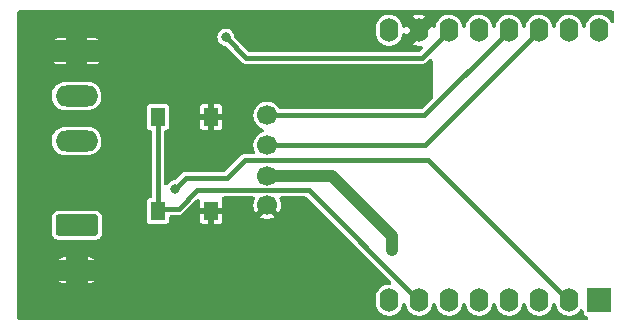
<source format=gbr>
%TF.GenerationSoftware,KiCad,Pcbnew,7.0.10*%
%TF.CreationDate,2024-01-19T02:19:35-05:00*%
%TF.ProjectId,ESP8266_Count2,45535038-3236-4365-9f43-6f756e74322e,v2*%
%TF.SameCoordinates,Original*%
%TF.FileFunction,Copper,L1,Top*%
%TF.FilePolarity,Positive*%
%FSLAX46Y46*%
G04 Gerber Fmt 4.6, Leading zero omitted, Abs format (unit mm)*
G04 Created by KiCad (PCBNEW 7.0.10) date 2024-01-19 02:19:35*
%MOMM*%
%LPD*%
G01*
G04 APERTURE LIST*
G04 Aperture macros list*
%AMRoundRect*
0 Rectangle with rounded corners*
0 $1 Rounding radius*
0 $2 $3 $4 $5 $6 $7 $8 $9 X,Y pos of 4 corners*
0 Add a 4 corners polygon primitive as box body*
4,1,4,$2,$3,$4,$5,$6,$7,$8,$9,$2,$3,0*
0 Add four circle primitives for the rounded corners*
1,1,$1+$1,$2,$3*
1,1,$1+$1,$4,$5*
1,1,$1+$1,$6,$7*
1,1,$1+$1,$8,$9*
0 Add four rect primitives between the rounded corners*
20,1,$1+$1,$2,$3,$4,$5,0*
20,1,$1+$1,$4,$5,$6,$7,0*
20,1,$1+$1,$6,$7,$8,$9,0*
20,1,$1+$1,$8,$9,$2,$3,0*%
G04 Aperture macros list end*
%TA.AperFunction,ComponentPad*%
%ADD10R,2.000000X2.000000*%
%TD*%
%TA.AperFunction,ComponentPad*%
%ADD11O,1.600000X2.000000*%
%TD*%
%TA.AperFunction,ComponentPad*%
%ADD12RoundRect,0.250000X-1.550000X0.650000X-1.550000X-0.650000X1.550000X-0.650000X1.550000X0.650000X0*%
%TD*%
%TA.AperFunction,ComponentPad*%
%ADD13O,3.600000X1.800000*%
%TD*%
%TA.AperFunction,ComponentPad*%
%ADD14C,1.700000*%
%TD*%
%TA.AperFunction,SMDPad,CuDef*%
%ADD15R,1.300000X1.550000*%
%TD*%
%TA.AperFunction,ViaPad*%
%ADD16C,0.800000*%
%TD*%
%TA.AperFunction,Conductor*%
%ADD17C,1.000000*%
%TD*%
%TA.AperFunction,Conductor*%
%ADD18C,0.400000*%
%TD*%
G04 APERTURE END LIST*
D10*
%TO.P,U6,1,~{RST}*%
%TO.N,unconnected-(U6-~{RST}-Pad1)*%
X159190000Y-83345000D03*
D11*
%TO.P,U6,2,A0*%
%TO.N,IN1*%
X156650000Y-83345000D03*
%TO.P,U6,3,D0*%
%TO.N,unconnected-(U6-D0-Pad3)*%
X154110000Y-83345000D03*
%TO.P,U6,4,SCK/D5*%
%TO.N,unconnected-(U6-SCK{slash}D5-Pad4)*%
X151570000Y-83345000D03*
%TO.P,U6,5,MISO/D6*%
%TO.N,unconnected-(U6-MISO{slash}D6-Pad5)*%
X149030000Y-83345000D03*
%TO.P,U6,6,MOSI/D7*%
%TO.N,unconnected-(U6-MOSI{slash}D7-Pad6)*%
X146490000Y-83345000D03*
%TO.P,U6,7,CS/D8*%
%TO.N,SW1*%
X143950000Y-83345000D03*
%TO.P,U6,8,3V3*%
%TO.N,+3.3V*%
X141410000Y-83345000D03*
%TO.P,U6,9,5V*%
%TO.N,+5V*%
X141410000Y-60485000D03*
%TO.P,U6,10,GND*%
%TO.N,GND*%
X143950000Y-60485000D03*
%TO.P,U6,11,D4*%
%TO.N,OUT1*%
X146490000Y-60485000D03*
%TO.P,U6,12,D3*%
%TO.N,unconnected-(U6-D3-Pad12)*%
X149030000Y-60485000D03*
%TO.P,U6,13,SDA/D2*%
%TO.N,I2C_SDA*%
X151570000Y-60485000D03*
%TO.P,U6,14,SCL/D1*%
%TO.N,I2C_SCL*%
X154110000Y-60485000D03*
%TO.P,U6,15,RX*%
%TO.N,unconnected-(U6-RX-Pad15)*%
X156650000Y-60485000D03*
%TO.P,U6,16,TX*%
%TO.N,unconnected-(U6-TX-Pad16)*%
X159190000Y-60485000D03*
%TD*%
D12*
%TO.P,J2,1,Pin_1*%
%TO.N,GND*%
X114957500Y-62250000D03*
D13*
%TO.P,J2,2,Pin_2*%
%TO.N,/DOUT1*%
X114957500Y-66060000D03*
%TO.P,J2,3,Pin_3*%
%TO.N,VOUT1*%
X114957500Y-69870000D03*
%TD*%
D14*
%TO.P,J3,1,Pin_1*%
%TO.N,I2C_SDA*%
X131100000Y-67700000D03*
%TO.P,J3,2,Pin_2*%
%TO.N,I2C_SCL*%
X131100000Y-70200000D03*
%TO.P,J3,3,Pin_3*%
%TO.N,+3.3V*%
X131100000Y-72800000D03*
%TO.P,J3,4,Pin_4*%
%TO.N,GND*%
X131100000Y-75300000D03*
%TD*%
D12*
%TO.P,TB1,1,P1*%
%TO.N,VIN1*%
X115000000Y-77000000D03*
D13*
%TO.P,TB1,2,P2*%
%TO.N,GND*%
X115000000Y-80810000D03*
%TD*%
D15*
%TO.P,SW1,1,1*%
%TO.N,SW1*%
X121850000Y-75775000D03*
X121850000Y-67825000D03*
%TO.P,SW1,2,2*%
%TO.N,GND*%
X126350000Y-75775000D03*
X126350000Y-67825000D03*
%TD*%
D16*
%TO.N,+3.3V*%
X141700000Y-79100000D03*
%TO.N,GND*%
X134000000Y-59600000D03*
X139700000Y-59700000D03*
X144500000Y-65200000D03*
X137500000Y-78800000D03*
X135700000Y-77000000D03*
X139500000Y-82600000D03*
X139500000Y-83900000D03*
X139500000Y-81300000D03*
X134000000Y-63900000D03*
X130200000Y-63900000D03*
X130100000Y-61700000D03*
X122900000Y-71400000D03*
X125900000Y-69900000D03*
X127300000Y-69900000D03*
X127300000Y-71200000D03*
X133400000Y-83800000D03*
X133400000Y-80400000D03*
X133500000Y-82000000D03*
X129100000Y-83400000D03*
X126900000Y-78100000D03*
X125000000Y-78100000D03*
X134000000Y-61700000D03*
X139700000Y-61700000D03*
X134000000Y-66400000D03*
X139700000Y-66600000D03*
X143200000Y-66600000D03*
X143200000Y-63900000D03*
X139700000Y-63900000D03*
%TO.N,OUT1*%
X127600000Y-61090000D03*
%TO.N,GND*%
X126000000Y-63000000D03*
X127600000Y-59600000D03*
X120800000Y-59500000D03*
X125900000Y-59600000D03*
X124800000Y-67600000D03*
X126400000Y-66100000D03*
X127900000Y-67900000D03*
%TO.N,IN1*%
X123300000Y-73900000D03*
%TO.N,GND*%
X125050000Y-83100000D03*
X124300000Y-70000000D03*
X131500000Y-83800000D03*
X118850000Y-80300000D03*
X120300000Y-67850000D03*
X120700000Y-83150000D03*
X126500000Y-83100000D03*
X120600000Y-84050000D03*
X120400000Y-81700000D03*
X119850000Y-64700000D03*
%TD*%
D17*
%TO.N,+3.3V*%
X141700000Y-77900000D02*
X141700000Y-79100000D01*
X136600000Y-72800000D02*
X141700000Y-77900000D01*
X131100000Y-72800000D02*
X136600000Y-72800000D01*
D18*
%TO.N,OUT1*%
X144230000Y-62800000D02*
X146490000Y-60540000D01*
X127600000Y-61090000D02*
X129310000Y-62800000D01*
X129310000Y-62800000D02*
X144230000Y-62800000D01*
%TO.N,SW1*%
X134600000Y-74050000D02*
X143950000Y-83400000D01*
X125150000Y-74050000D02*
X134600000Y-74050000D01*
X123600000Y-75600000D02*
X125150000Y-74050000D01*
X122025000Y-75600000D02*
X123600000Y-75600000D01*
X121850000Y-75775000D02*
X122025000Y-75600000D01*
%TO.N,IN1*%
X144750000Y-71500000D02*
X156650000Y-83400000D01*
X129200000Y-71500000D02*
X144750000Y-71500000D01*
X127700000Y-73000000D02*
X129200000Y-71500000D01*
X124200000Y-73000000D02*
X127700000Y-73000000D01*
X123300000Y-73900000D02*
X124200000Y-73000000D01*
%TO.N,SW1*%
X121850000Y-75775000D02*
X121850000Y-67825000D01*
%TO.N,I2C_SDA*%
X144410000Y-67700000D02*
X131100000Y-67700000D01*
X151570000Y-60540000D02*
X144410000Y-67700000D01*
%TO.N,I2C_SCL*%
X144450000Y-70200000D02*
X154110000Y-60540000D01*
X131100000Y-70200000D02*
X144450000Y-70200000D01*
%TD*%
%TA.AperFunction,Conductor*%
%TO.N,GND*%
G36*
X160405291Y-58820660D02*
G01*
X160468345Y-58876521D01*
X160498217Y-58955286D01*
X160499500Y-58976500D01*
X160499500Y-59680484D01*
X160479340Y-59762275D01*
X160423479Y-59825329D01*
X160344714Y-59855201D01*
X160261090Y-59845047D01*
X160191762Y-59797194D01*
X160167066Y-59761133D01*
X160126770Y-59682973D01*
X159995914Y-59516575D01*
X159995911Y-59516572D01*
X159995908Y-59516568D01*
X159911517Y-59443442D01*
X159835923Y-59377938D01*
X159835920Y-59377937D01*
X159835918Y-59377935D01*
X159652582Y-59272087D01*
X159652579Y-59272085D01*
X159505469Y-59221170D01*
X159452527Y-59202847D01*
X159452525Y-59202846D01*
X159452524Y-59202846D01*
X159242992Y-59172719D01*
X159242982Y-59172719D01*
X159031531Y-59182791D01*
X159031527Y-59182791D01*
X159031526Y-59182792D01*
X158948863Y-59202846D01*
X158825791Y-59232703D01*
X158633233Y-59320641D01*
X158633227Y-59320644D01*
X158460783Y-59443442D01*
X158314696Y-59596655D01*
X158200243Y-59774748D01*
X158121562Y-59971283D01*
X158093786Y-60115400D01*
X158058512Y-60191898D01*
X157991727Y-60243241D01*
X157908733Y-60257666D01*
X157828540Y-60231870D01*
X157769522Y-60171761D01*
X157745764Y-60098821D01*
X157743419Y-60074261D01*
X157683777Y-59871139D01*
X157683777Y-59871138D01*
X157586771Y-59682974D01*
X157455908Y-59516568D01*
X157371517Y-59443442D01*
X157295923Y-59377938D01*
X157295920Y-59377937D01*
X157295918Y-59377935D01*
X157112582Y-59272087D01*
X157112579Y-59272085D01*
X156965469Y-59221170D01*
X156912527Y-59202847D01*
X156912525Y-59202846D01*
X156912524Y-59202846D01*
X156702992Y-59172719D01*
X156702982Y-59172719D01*
X156491531Y-59182791D01*
X156491527Y-59182791D01*
X156491526Y-59182792D01*
X156408863Y-59202846D01*
X156285791Y-59232703D01*
X156093233Y-59320641D01*
X156093227Y-59320644D01*
X155920783Y-59443442D01*
X155774696Y-59596655D01*
X155660243Y-59774748D01*
X155581562Y-59971283D01*
X155553786Y-60115400D01*
X155518512Y-60191898D01*
X155451727Y-60243241D01*
X155368733Y-60257666D01*
X155288540Y-60231870D01*
X155229522Y-60171761D01*
X155205764Y-60098821D01*
X155203419Y-60074261D01*
X155143777Y-59871139D01*
X155143777Y-59871138D01*
X155046771Y-59682974D01*
X154915908Y-59516568D01*
X154831517Y-59443442D01*
X154755923Y-59377938D01*
X154755920Y-59377937D01*
X154755918Y-59377935D01*
X154572582Y-59272087D01*
X154572579Y-59272085D01*
X154425469Y-59221170D01*
X154372527Y-59202847D01*
X154372525Y-59202846D01*
X154372524Y-59202846D01*
X154162992Y-59172719D01*
X154162982Y-59172719D01*
X153951531Y-59182791D01*
X153951527Y-59182791D01*
X153951526Y-59182792D01*
X153868863Y-59202846D01*
X153745791Y-59232703D01*
X153553233Y-59320641D01*
X153553227Y-59320644D01*
X153380783Y-59443442D01*
X153234696Y-59596655D01*
X153120243Y-59774748D01*
X153041562Y-59971283D01*
X153013786Y-60115400D01*
X152978512Y-60191898D01*
X152911727Y-60243241D01*
X152828733Y-60257666D01*
X152748540Y-60231870D01*
X152689522Y-60171761D01*
X152665764Y-60098821D01*
X152663419Y-60074261D01*
X152603777Y-59871139D01*
X152603777Y-59871138D01*
X152506771Y-59682974D01*
X152375908Y-59516568D01*
X152291517Y-59443442D01*
X152215923Y-59377938D01*
X152215920Y-59377937D01*
X152215918Y-59377935D01*
X152032582Y-59272087D01*
X152032579Y-59272085D01*
X151885469Y-59221170D01*
X151832527Y-59202847D01*
X151832525Y-59202846D01*
X151832524Y-59202846D01*
X151622992Y-59172719D01*
X151622982Y-59172719D01*
X151411531Y-59182791D01*
X151411527Y-59182791D01*
X151411526Y-59182792D01*
X151328863Y-59202846D01*
X151205791Y-59232703D01*
X151013233Y-59320641D01*
X151013227Y-59320644D01*
X150840783Y-59443442D01*
X150694696Y-59596655D01*
X150580243Y-59774748D01*
X150501562Y-59971283D01*
X150473786Y-60115400D01*
X150438512Y-60191898D01*
X150371727Y-60243241D01*
X150288733Y-60257666D01*
X150208540Y-60231870D01*
X150149522Y-60171761D01*
X150125764Y-60098821D01*
X150123419Y-60074261D01*
X150063777Y-59871139D01*
X150063777Y-59871138D01*
X149966771Y-59682974D01*
X149835908Y-59516568D01*
X149751517Y-59443442D01*
X149675923Y-59377938D01*
X149675920Y-59377937D01*
X149675918Y-59377935D01*
X149492582Y-59272087D01*
X149492579Y-59272085D01*
X149345469Y-59221170D01*
X149292527Y-59202847D01*
X149292525Y-59202846D01*
X149292524Y-59202846D01*
X149082992Y-59172719D01*
X149082982Y-59172719D01*
X148871531Y-59182791D01*
X148871527Y-59182791D01*
X148871526Y-59182792D01*
X148788863Y-59202846D01*
X148665791Y-59232703D01*
X148473233Y-59320641D01*
X148473227Y-59320644D01*
X148300783Y-59443442D01*
X148154696Y-59596655D01*
X148040243Y-59774748D01*
X147961562Y-59971283D01*
X147933786Y-60115400D01*
X147898512Y-60191898D01*
X147831727Y-60243241D01*
X147748733Y-60257666D01*
X147668540Y-60231870D01*
X147609522Y-60171761D01*
X147585764Y-60098821D01*
X147583419Y-60074261D01*
X147523777Y-59871139D01*
X147523777Y-59871138D01*
X147426771Y-59682974D01*
X147295908Y-59516568D01*
X147211517Y-59443442D01*
X147135923Y-59377938D01*
X147135920Y-59377937D01*
X147135918Y-59377935D01*
X146952582Y-59272087D01*
X146952579Y-59272085D01*
X146805469Y-59221170D01*
X146752527Y-59202847D01*
X146752525Y-59202846D01*
X146752524Y-59202846D01*
X146542992Y-59172719D01*
X146542982Y-59172719D01*
X146331531Y-59182791D01*
X146331527Y-59182791D01*
X146331526Y-59182792D01*
X146248863Y-59202846D01*
X146125791Y-59232703D01*
X145933233Y-59320641D01*
X145933227Y-59320644D01*
X145760783Y-59443442D01*
X145614696Y-59596655D01*
X145500243Y-59774748D01*
X145421562Y-59971283D01*
X145393450Y-60117145D01*
X145358176Y-60193643D01*
X145291392Y-60244986D01*
X145208397Y-60259411D01*
X145128205Y-60233615D01*
X145069186Y-60173506D01*
X145045428Y-60100568D01*
X145045088Y-60097017D01*
X144341567Y-60800538D01*
X144409493Y-60694844D01*
X144450000Y-60556889D01*
X144450000Y-60413111D01*
X144409493Y-60275156D01*
X144331761Y-60154202D01*
X144223100Y-60060048D01*
X144092315Y-60000320D01*
X143985763Y-59985000D01*
X143914237Y-59985000D01*
X143807685Y-60000320D01*
X143676900Y-60060048D01*
X143568239Y-60154202D01*
X143490507Y-60275156D01*
X143450000Y-60413111D01*
X143450000Y-60556889D01*
X143490507Y-60694844D01*
X143568239Y-60815798D01*
X143676900Y-60909952D01*
X143807685Y-60969680D01*
X143914237Y-60985000D01*
X143985763Y-60985000D01*
X144092315Y-60969680D01*
X144223100Y-60909952D01*
X144290919Y-60851186D01*
X143950000Y-61192107D01*
X143460380Y-61681726D01*
X143487627Y-61697458D01*
X143687585Y-61766663D01*
X143897040Y-61796779D01*
X144090217Y-61787577D01*
X144172875Y-61803823D01*
X144238515Y-61856620D01*
X144272100Y-61933874D01*
X144265937Y-62017888D01*
X144223042Y-62087828D01*
X144070921Y-62239950D01*
X143998831Y-62283531D01*
X143946470Y-62291500D01*
X129593530Y-62291500D01*
X129511739Y-62271340D01*
X129469079Y-62239951D01*
X128355899Y-61126771D01*
X128312319Y-61054681D01*
X128305633Y-61023533D01*
X128292965Y-60919199D01*
X128231954Y-60758325D01*
X128231952Y-60758320D01*
X128217790Y-60737803D01*
X140301500Y-60737803D01*
X140312653Y-60854600D01*
X140316581Y-60895738D01*
X140316580Y-60895738D01*
X140376222Y-61098860D01*
X140376223Y-61098862D01*
X140473229Y-61287026D01*
X140473231Y-61287029D01*
X140473232Y-61287030D01*
X140604085Y-61453424D01*
X140604088Y-61453427D01*
X140604092Y-61453432D01*
X140604098Y-61453437D01*
X140764076Y-61592061D01*
X140764078Y-61592061D01*
X140764082Y-61592065D01*
X140947418Y-61697913D01*
X140947420Y-61697914D01*
X140994502Y-61714209D01*
X141147473Y-61767153D01*
X141250276Y-61781934D01*
X141357007Y-61797280D01*
X141357009Y-61797280D01*
X141357016Y-61797281D01*
X141568474Y-61787208D01*
X141774204Y-61737298D01*
X141966771Y-61649356D01*
X142139215Y-61526559D01*
X142285303Y-61373346D01*
X142399756Y-61195254D01*
X142478436Y-60998721D01*
X142506549Y-60852855D01*
X142541823Y-60776359D01*
X142608607Y-60725016D01*
X142691601Y-60710591D01*
X142771794Y-60736387D01*
X142830812Y-60796495D01*
X142854571Y-60869435D01*
X142854909Y-60872981D01*
X143242892Y-60484999D01*
X142857364Y-60099472D01*
X142853955Y-60117163D01*
X142818681Y-60193662D01*
X142751897Y-60245005D01*
X142668903Y-60259431D01*
X142588710Y-60233636D01*
X142529691Y-60173528D01*
X142505932Y-60100583D01*
X142503419Y-60074263D01*
X142503419Y-60074261D01*
X142443777Y-59871139D01*
X142443777Y-59871138D01*
X142346771Y-59682974D01*
X142215908Y-59516568D01*
X142131517Y-59443442D01*
X142055923Y-59377938D01*
X142055920Y-59377937D01*
X142055918Y-59377935D01*
X141903297Y-59289820D01*
X143461927Y-59289820D01*
X143949999Y-59777892D01*
X144439618Y-59288272D01*
X144412374Y-59272543D01*
X144412372Y-59272541D01*
X144212414Y-59203336D01*
X144002959Y-59173220D01*
X143791603Y-59183288D01*
X143791596Y-59183289D01*
X143585959Y-59233176D01*
X143461927Y-59289820D01*
X141903297Y-59289820D01*
X141872582Y-59272087D01*
X141872579Y-59272085D01*
X141725469Y-59221170D01*
X141672527Y-59202847D01*
X141672525Y-59202846D01*
X141672524Y-59202846D01*
X141462992Y-59172719D01*
X141462982Y-59172719D01*
X141251531Y-59182791D01*
X141251527Y-59182791D01*
X141251526Y-59182792D01*
X141168863Y-59202846D01*
X141045791Y-59232703D01*
X140853233Y-59320641D01*
X140853227Y-59320644D01*
X140680783Y-59443442D01*
X140534696Y-59596655D01*
X140420243Y-59774748D01*
X140392100Y-59845047D01*
X140341564Y-59971279D01*
X140301500Y-60179151D01*
X140301500Y-60737803D01*
X128217790Y-60737803D01*
X128134220Y-60616733D01*
X128134217Y-60616730D01*
X128134215Y-60616727D01*
X128005430Y-60502633D01*
X128005426Y-60502630D01*
X128005425Y-60502630D01*
X128005425Y-60502629D01*
X127853087Y-60422676D01*
X127686029Y-60381500D01*
X127686028Y-60381500D01*
X127513972Y-60381500D01*
X127513971Y-60381500D01*
X127346912Y-60422676D01*
X127194574Y-60502629D01*
X127194574Y-60502630D01*
X127194571Y-60502632D01*
X127194570Y-60502633D01*
X127133328Y-60556889D01*
X127065785Y-60616727D01*
X127065779Y-60616733D01*
X126968047Y-60758320D01*
X126968045Y-60758325D01*
X126907035Y-60919198D01*
X126907034Y-60919202D01*
X126886296Y-61090000D01*
X126907034Y-61260797D01*
X126907035Y-61260801D01*
X126968045Y-61421674D01*
X126968047Y-61421679D01*
X127065779Y-61563266D01*
X127065782Y-61563269D01*
X127065785Y-61563273D01*
X127194570Y-61677367D01*
X127194574Y-61677369D01*
X127194574Y-61677370D01*
X127346912Y-61757323D01*
X127346914Y-61757323D01*
X127346917Y-61757325D01*
X127446761Y-61781934D01*
X127513971Y-61798500D01*
X127513972Y-61798500D01*
X127516470Y-61798500D01*
X127518898Y-61799098D01*
X127524536Y-61799783D01*
X127524452Y-61800467D01*
X127598261Y-61818660D01*
X127640921Y-61850049D01*
X128898402Y-63107530D01*
X128920810Y-63135337D01*
X128921748Y-63136420D01*
X128958516Y-63168279D01*
X128967708Y-63176836D01*
X128976152Y-63185280D01*
X128976159Y-63185285D01*
X128985699Y-63192427D01*
X128995484Y-63200312D01*
X129015665Y-63217799D01*
X129032257Y-63232176D01*
X129032260Y-63232177D01*
X129033469Y-63232955D01*
X129062515Y-63250189D01*
X129063792Y-63250886D01*
X129063796Y-63250889D01*
X129063799Y-63250890D01*
X129109390Y-63267894D01*
X129120997Y-63272701D01*
X129121000Y-63272703D01*
X129121003Y-63272704D01*
X129165263Y-63292918D01*
X129166665Y-63293329D01*
X129199346Y-63301671D01*
X129200796Y-63301986D01*
X129200799Y-63301988D01*
X129222035Y-63303507D01*
X129249338Y-63305460D01*
X129261822Y-63306802D01*
X129273632Y-63308500D01*
X129285551Y-63308500D01*
X129298106Y-63308947D01*
X129346649Y-63312420D01*
X129346655Y-63312418D01*
X129348079Y-63312317D01*
X129383592Y-63308500D01*
X144156408Y-63308500D01*
X144191919Y-63312317D01*
X144193351Y-63312420D01*
X144241898Y-63308948D01*
X144254453Y-63308500D01*
X144266363Y-63308500D01*
X144266368Y-63308500D01*
X144278173Y-63306802D01*
X144290639Y-63305461D01*
X144339201Y-63301989D01*
X144339204Y-63301988D01*
X144340604Y-63301684D01*
X144373331Y-63293331D01*
X144374730Y-63292920D01*
X144374731Y-63292919D01*
X144374734Y-63292919D01*
X144419011Y-63272697D01*
X144430578Y-63267906D01*
X144476204Y-63250889D01*
X144476205Y-63250887D01*
X144476208Y-63250887D01*
X144477475Y-63250195D01*
X144506503Y-63232972D01*
X144507738Y-63232178D01*
X144507743Y-63232176D01*
X144544531Y-63200297D01*
X144554284Y-63192438D01*
X144563848Y-63185280D01*
X144572287Y-63176839D01*
X144581485Y-63168277D01*
X144618250Y-63136421D01*
X144618253Y-63136415D01*
X144619214Y-63135306D01*
X144641597Y-63107530D01*
X144799551Y-62949575D01*
X144871639Y-62905997D01*
X144955725Y-62900911D01*
X145032543Y-62935484D01*
X145084494Y-63001795D01*
X145100000Y-63074028D01*
X145100000Y-66217970D01*
X145079840Y-66299761D01*
X145048451Y-66342421D01*
X144250921Y-67139951D01*
X144178831Y-67183531D01*
X144126470Y-67191500D01*
X132249949Y-67191500D01*
X132168158Y-67171340D01*
X132105104Y-67115479D01*
X132092401Y-67093952D01*
X132089197Y-67087518D01*
X132089191Y-67087509D01*
X131959813Y-66916183D01*
X131959810Y-66916179D01*
X131801143Y-66771535D01*
X131618604Y-66658513D01*
X131618597Y-66658509D01*
X131418392Y-66580949D01*
X131207355Y-66541500D01*
X131207351Y-66541500D01*
X130992649Y-66541500D01*
X130992644Y-66541500D01*
X130781607Y-66580949D01*
X130581402Y-66658509D01*
X130581395Y-66658513D01*
X130398857Y-66771535D01*
X130398856Y-66771535D01*
X130240189Y-66916179D01*
X130240186Y-66916183D01*
X130110808Y-67087509D01*
X130110803Y-67087517D01*
X130015103Y-67279707D01*
X129956348Y-67486210D01*
X129956347Y-67486215D01*
X129936537Y-67699997D01*
X129936537Y-67700002D01*
X129956347Y-67913784D01*
X129956348Y-67913789D01*
X130015103Y-68120292D01*
X130110803Y-68312482D01*
X130110808Y-68312490D01*
X130240186Y-68483816D01*
X130240189Y-68483820D01*
X130398856Y-68628464D01*
X130581395Y-68741486D01*
X130581402Y-68741490D01*
X130695998Y-68785885D01*
X130764983Y-68834230D01*
X130803600Y-68909096D01*
X130803001Y-68993333D01*
X130763324Y-69067643D01*
X130695998Y-69114115D01*
X130581402Y-69158509D01*
X130581395Y-69158513D01*
X130398857Y-69271535D01*
X130398856Y-69271535D01*
X130240189Y-69416179D01*
X130240186Y-69416183D01*
X130110808Y-69587509D01*
X130110803Y-69587517D01*
X130015103Y-69779707D01*
X129973924Y-69924438D01*
X129956347Y-69986214D01*
X129936537Y-70200000D01*
X129956347Y-70413786D01*
X129976311Y-70483952D01*
X130015103Y-70620292D01*
X130073242Y-70737050D01*
X130091653Y-70819253D01*
X130069754Y-70900595D01*
X130012561Y-70962444D01*
X129933177Y-70990629D01*
X129915693Y-70991500D01*
X129273591Y-70991500D01*
X129238078Y-70987682D01*
X129236648Y-70987580D01*
X129188106Y-70991052D01*
X129175550Y-70991500D01*
X129163632Y-70991500D01*
X129151808Y-70993199D01*
X129139336Y-70994539D01*
X129090798Y-70998011D01*
X129089430Y-70998309D01*
X129056627Y-71006680D01*
X129055270Y-71007079D01*
X129010993Y-71027299D01*
X128999390Y-71032105D01*
X128953796Y-71049110D01*
X128952563Y-71049784D01*
X128923464Y-71067048D01*
X128922259Y-71067822D01*
X128922257Y-71067824D01*
X128922255Y-71067825D01*
X128922253Y-71067827D01*
X128885480Y-71099690D01*
X128875711Y-71107563D01*
X128866152Y-71114719D01*
X128866143Y-71114727D01*
X128857697Y-71123172D01*
X128848520Y-71131716D01*
X128811747Y-71163581D01*
X128810812Y-71164660D01*
X128788403Y-71192467D01*
X127540921Y-72439951D01*
X127468831Y-72483531D01*
X127416470Y-72491500D01*
X124273591Y-72491500D01*
X124238078Y-72487682D01*
X124236648Y-72487580D01*
X124188106Y-72491052D01*
X124175550Y-72491500D01*
X124163632Y-72491500D01*
X124151808Y-72493199D01*
X124139336Y-72494539D01*
X124090798Y-72498011D01*
X124089430Y-72498309D01*
X124056627Y-72506680D01*
X124055270Y-72507079D01*
X124010993Y-72527299D01*
X123999390Y-72532105D01*
X123953796Y-72549110D01*
X123952563Y-72549784D01*
X123923464Y-72567048D01*
X123922259Y-72567822D01*
X123922257Y-72567824D01*
X123922255Y-72567825D01*
X123922253Y-72567827D01*
X123885480Y-72599690D01*
X123875711Y-72607563D01*
X123866152Y-72614719D01*
X123866143Y-72614727D01*
X123857697Y-72623172D01*
X123848520Y-72631716D01*
X123811747Y-72663581D01*
X123810812Y-72664660D01*
X123788403Y-72692467D01*
X123340921Y-73139951D01*
X123268831Y-73183531D01*
X123216470Y-73191500D01*
X123213971Y-73191500D01*
X123046912Y-73232676D01*
X122894574Y-73312629D01*
X122894574Y-73312630D01*
X122894571Y-73312632D01*
X122894570Y-73312633D01*
X122781862Y-73412484D01*
X122765785Y-73426727D01*
X122765782Y-73426730D01*
X122679344Y-73551956D01*
X122616290Y-73607816D01*
X122534498Y-73627975D01*
X122452707Y-73607814D01*
X122389654Y-73551953D01*
X122359783Y-73473188D01*
X122358500Y-73451975D01*
X122358500Y-69084500D01*
X122378660Y-69002709D01*
X122434521Y-68939655D01*
X122513286Y-68909783D01*
X122534500Y-68908500D01*
X122546059Y-68908500D01*
X122546064Y-68908500D01*
X122571855Y-68905508D01*
X122677365Y-68858921D01*
X122758921Y-68777365D01*
X122805508Y-68671855D01*
X122808500Y-68646064D01*
X122808500Y-68079000D01*
X125392000Y-68079000D01*
X125392000Y-68645987D01*
X125394986Y-68671731D01*
X125394989Y-68671742D01*
X125441496Y-68777073D01*
X125441498Y-68777076D01*
X125522924Y-68858502D01*
X125522926Y-68858503D01*
X125628257Y-68905010D01*
X125628268Y-68905013D01*
X125654013Y-68908000D01*
X126096000Y-68908000D01*
X126096000Y-68079000D01*
X126604000Y-68079000D01*
X126604000Y-68908000D01*
X127045987Y-68908000D01*
X127071731Y-68905013D01*
X127071742Y-68905010D01*
X127177073Y-68858503D01*
X127177076Y-68858502D01*
X127258502Y-68777076D01*
X127258503Y-68777073D01*
X127305010Y-68671742D01*
X127305013Y-68671731D01*
X127308000Y-68645987D01*
X127308000Y-68079000D01*
X126604000Y-68079000D01*
X126096000Y-68079000D01*
X125392000Y-68079000D01*
X122808500Y-68079000D01*
X122808500Y-67571000D01*
X125392000Y-67571000D01*
X126096000Y-67571000D01*
X126096000Y-66742000D01*
X126604000Y-66742000D01*
X126604000Y-67571000D01*
X127308000Y-67571000D01*
X127308000Y-67004012D01*
X127305013Y-66978268D01*
X127305010Y-66978257D01*
X127258503Y-66872926D01*
X127258502Y-66872924D01*
X127177076Y-66791498D01*
X127177073Y-66791496D01*
X127071742Y-66744989D01*
X127071731Y-66744986D01*
X127045987Y-66742000D01*
X126604000Y-66742000D01*
X126096000Y-66742000D01*
X125654013Y-66742000D01*
X125628268Y-66744986D01*
X125628257Y-66744989D01*
X125522926Y-66791496D01*
X125441496Y-66872926D01*
X125394989Y-66978257D01*
X125394986Y-66978268D01*
X125392000Y-67004012D01*
X125392000Y-67571000D01*
X122808500Y-67571000D01*
X122808500Y-67003936D01*
X122805508Y-66978145D01*
X122758921Y-66872635D01*
X122677365Y-66791079D01*
X122571855Y-66744492D01*
X122546064Y-66741500D01*
X121153936Y-66741500D01*
X121132443Y-66743993D01*
X121128144Y-66744492D01*
X121022634Y-66791079D01*
X120941079Y-66872634D01*
X120896426Y-66973766D01*
X120894492Y-66978145D01*
X120891500Y-67003936D01*
X120891500Y-68646064D01*
X120894492Y-68671855D01*
X120941079Y-68777365D01*
X121022635Y-68858921D01*
X121128145Y-68905508D01*
X121153936Y-68908500D01*
X121165500Y-68908500D01*
X121247291Y-68928660D01*
X121310345Y-68984521D01*
X121340217Y-69063286D01*
X121341500Y-69084500D01*
X121341500Y-74515500D01*
X121321340Y-74597291D01*
X121265479Y-74660345D01*
X121186714Y-74690217D01*
X121165500Y-74691500D01*
X121153936Y-74691500D01*
X121132443Y-74693993D01*
X121128144Y-74694492D01*
X121022634Y-74741079D01*
X120941079Y-74822634D01*
X120908755Y-74895843D01*
X120894492Y-74928145D01*
X120891500Y-74953936D01*
X120891500Y-76596064D01*
X120894492Y-76621855D01*
X120941079Y-76727365D01*
X121022635Y-76808921D01*
X121128145Y-76855508D01*
X121153936Y-76858500D01*
X121153941Y-76858500D01*
X122546059Y-76858500D01*
X122546064Y-76858500D01*
X122571855Y-76855508D01*
X122677365Y-76808921D01*
X122758921Y-76727365D01*
X122805508Y-76621855D01*
X122808500Y-76596064D01*
X122808500Y-76284500D01*
X122828660Y-76202709D01*
X122884521Y-76139655D01*
X122963286Y-76109783D01*
X122984500Y-76108500D01*
X123526408Y-76108500D01*
X123561919Y-76112317D01*
X123563351Y-76112420D01*
X123611898Y-76108948D01*
X123624453Y-76108500D01*
X123636363Y-76108500D01*
X123636368Y-76108500D01*
X123648173Y-76106802D01*
X123660639Y-76105461D01*
X123709201Y-76101989D01*
X123709204Y-76101988D01*
X123710604Y-76101684D01*
X123743331Y-76093331D01*
X123744730Y-76092920D01*
X123744731Y-76092919D01*
X123744734Y-76092919D01*
X123789011Y-76072697D01*
X123800578Y-76067906D01*
X123846204Y-76050889D01*
X123846205Y-76050887D01*
X123846208Y-76050887D01*
X123847475Y-76050195D01*
X123876503Y-76032972D01*
X123877738Y-76032178D01*
X123877743Y-76032176D01*
X123881408Y-76029000D01*
X125392000Y-76029000D01*
X125392000Y-76595987D01*
X125394986Y-76621731D01*
X125394989Y-76621742D01*
X125441496Y-76727073D01*
X125441498Y-76727076D01*
X125522924Y-76808502D01*
X125522926Y-76808503D01*
X125628257Y-76855010D01*
X125628268Y-76855013D01*
X125654013Y-76858000D01*
X126096000Y-76858000D01*
X126096000Y-76029000D01*
X126604000Y-76029000D01*
X126604000Y-76858000D01*
X127045987Y-76858000D01*
X127071731Y-76855013D01*
X127071742Y-76855010D01*
X127177073Y-76808503D01*
X127177076Y-76808502D01*
X127258502Y-76727076D01*
X127258503Y-76727073D01*
X127305010Y-76621742D01*
X127305013Y-76621731D01*
X127308000Y-76595987D01*
X127308000Y-76029000D01*
X126604000Y-76029000D01*
X126096000Y-76029000D01*
X125392000Y-76029000D01*
X123881408Y-76029000D01*
X123914531Y-76000297D01*
X123924284Y-75992438D01*
X123933848Y-75985280D01*
X123942283Y-75976844D01*
X123951463Y-75968296D01*
X123988250Y-75936421D01*
X123988255Y-75936412D01*
X123989210Y-75935311D01*
X124011593Y-75907533D01*
X125091551Y-74827576D01*
X125163640Y-74783998D01*
X125247725Y-74778912D01*
X125324543Y-74813485D01*
X125376494Y-74879796D01*
X125392000Y-74952029D01*
X125392000Y-75521000D01*
X127308000Y-75521000D01*
X127308000Y-74954012D01*
X127305013Y-74928268D01*
X127305010Y-74928257D01*
X127251914Y-74808002D01*
X127255698Y-74806331D01*
X127236475Y-74755112D01*
X127246917Y-74671522D01*
X127295009Y-74602360D01*
X127369734Y-74563470D01*
X127411264Y-74558500D01*
X129891354Y-74558500D01*
X129973145Y-74578660D01*
X130036199Y-74634521D01*
X130066071Y-74713286D01*
X130055917Y-74796910D01*
X130048903Y-74812950D01*
X130015571Y-74879889D01*
X129956841Y-75086306D01*
X129956840Y-75086310D01*
X129937039Y-75299998D01*
X129937039Y-75300001D01*
X129956840Y-75513689D01*
X129956841Y-75513693D01*
X130015571Y-75720112D01*
X130111230Y-75912218D01*
X130111234Y-75912224D01*
X130118690Y-75922097D01*
X130118691Y-75922097D01*
X130615638Y-75425149D01*
X130640507Y-75509844D01*
X130718239Y-75630798D01*
X130826900Y-75724952D01*
X130957685Y-75784680D01*
X130972412Y-75786797D01*
X130480675Y-76278534D01*
X130581630Y-76341043D01*
X130781742Y-76418566D01*
X130781741Y-76418566D01*
X130992692Y-76457999D01*
X130992700Y-76458000D01*
X131207300Y-76458000D01*
X131207307Y-76457999D01*
X131418257Y-76418566D01*
X131618370Y-76341042D01*
X131618380Y-76341037D01*
X131719324Y-76278535D01*
X131227587Y-75786797D01*
X131242315Y-75784680D01*
X131373100Y-75724952D01*
X131481761Y-75630798D01*
X131559493Y-75509844D01*
X131584361Y-75425150D01*
X132081308Y-75922097D01*
X132088768Y-75912221D01*
X132184428Y-75720110D01*
X132243158Y-75513693D01*
X132243159Y-75513689D01*
X132262961Y-75300001D01*
X132262961Y-75299998D01*
X132243159Y-75086310D01*
X132243158Y-75086306D01*
X132184428Y-74879889D01*
X132151097Y-74812950D01*
X132132686Y-74730747D01*
X132154585Y-74649404D01*
X132211778Y-74587556D01*
X132291162Y-74559371D01*
X132308646Y-74558500D01*
X134316470Y-74558500D01*
X134398261Y-74578660D01*
X134440921Y-74610049D01*
X141564053Y-81733181D01*
X141607633Y-81805271D01*
X141612719Y-81889357D01*
X141578146Y-81966175D01*
X141511835Y-82018126D01*
X141447977Y-82033433D01*
X141251531Y-82042791D01*
X141251527Y-82042791D01*
X141251526Y-82042792D01*
X141168863Y-82062846D01*
X141045791Y-82092703D01*
X140853233Y-82180641D01*
X140853227Y-82180644D01*
X140680783Y-82303442D01*
X140534696Y-82456655D01*
X140479226Y-82542969D01*
X140420244Y-82634746D01*
X140341564Y-82831279D01*
X140302925Y-83031761D01*
X140301500Y-83039153D01*
X140301500Y-83597800D01*
X140316581Y-83755738D01*
X140316580Y-83755738D01*
X140346819Y-83858721D01*
X140376223Y-83958862D01*
X140473229Y-84147026D01*
X140473231Y-84147029D01*
X140473232Y-84147030D01*
X140604085Y-84313424D01*
X140604088Y-84313427D01*
X140604092Y-84313432D01*
X140604098Y-84313437D01*
X140764076Y-84452061D01*
X140764078Y-84452061D01*
X140764082Y-84452065D01*
X140947418Y-84557913D01*
X140947420Y-84557914D01*
X140994502Y-84574209D01*
X141147473Y-84627153D01*
X141200816Y-84634822D01*
X141301448Y-84649292D01*
X141379538Y-84680886D01*
X141422414Y-84731480D01*
X141449830Y-84691762D01*
X141524420Y-84652614D01*
X141558164Y-84647699D01*
X141568474Y-84647208D01*
X141774204Y-84597298D01*
X141966771Y-84509356D01*
X142139215Y-84386559D01*
X142285303Y-84233346D01*
X142399756Y-84055254D01*
X142478436Y-83858721D01*
X142506213Y-83714596D01*
X142541486Y-83638102D01*
X142608270Y-83586759D01*
X142691265Y-83572333D01*
X142771457Y-83598129D01*
X142830476Y-83658237D01*
X142854235Y-83731174D01*
X142856581Y-83755739D01*
X142916223Y-83958862D01*
X143013229Y-84147026D01*
X143013231Y-84147029D01*
X143013232Y-84147030D01*
X143144085Y-84313424D01*
X143144088Y-84313427D01*
X143144092Y-84313432D01*
X143144098Y-84313437D01*
X143304076Y-84452061D01*
X143304078Y-84452061D01*
X143304082Y-84452065D01*
X143487418Y-84557913D01*
X143487420Y-84557914D01*
X143534502Y-84574209D01*
X143687473Y-84627153D01*
X143740816Y-84634822D01*
X143841448Y-84649292D01*
X143919538Y-84680886D01*
X143962414Y-84731480D01*
X143989830Y-84691762D01*
X144064420Y-84652614D01*
X144098164Y-84647699D01*
X144108474Y-84647208D01*
X144314204Y-84597298D01*
X144506771Y-84509356D01*
X144679215Y-84386559D01*
X144825303Y-84233346D01*
X144939756Y-84055254D01*
X145018436Y-83858721D01*
X145046213Y-83714596D01*
X145081486Y-83638102D01*
X145148270Y-83586759D01*
X145231265Y-83572333D01*
X145311457Y-83598129D01*
X145370476Y-83658237D01*
X145394235Y-83731174D01*
X145396581Y-83755739D01*
X145456223Y-83958862D01*
X145553229Y-84147026D01*
X145553231Y-84147029D01*
X145553232Y-84147030D01*
X145684085Y-84313424D01*
X145684088Y-84313427D01*
X145684092Y-84313432D01*
X145684098Y-84313437D01*
X145844076Y-84452061D01*
X145844078Y-84452061D01*
X145844082Y-84452065D01*
X146027418Y-84557913D01*
X146027420Y-84557914D01*
X146074502Y-84574209D01*
X146227473Y-84627153D01*
X146280816Y-84634822D01*
X146381448Y-84649292D01*
X146459538Y-84680886D01*
X146502414Y-84731480D01*
X146529830Y-84691762D01*
X146604420Y-84652614D01*
X146638164Y-84647699D01*
X146648474Y-84647208D01*
X146854204Y-84597298D01*
X147046771Y-84509356D01*
X147219215Y-84386559D01*
X147365303Y-84233346D01*
X147479756Y-84055254D01*
X147558436Y-83858721D01*
X147586213Y-83714596D01*
X147621486Y-83638102D01*
X147688270Y-83586759D01*
X147771265Y-83572333D01*
X147851457Y-83598129D01*
X147910476Y-83658237D01*
X147934235Y-83731174D01*
X147936581Y-83755739D01*
X147996223Y-83958862D01*
X148093229Y-84147026D01*
X148093231Y-84147029D01*
X148093232Y-84147030D01*
X148224085Y-84313424D01*
X148224088Y-84313427D01*
X148224092Y-84313432D01*
X148224098Y-84313437D01*
X148384076Y-84452061D01*
X148384078Y-84452061D01*
X148384082Y-84452065D01*
X148567418Y-84557913D01*
X148567420Y-84557914D01*
X148614502Y-84574209D01*
X148767473Y-84627153D01*
X148820816Y-84634822D01*
X148921448Y-84649292D01*
X148999538Y-84680886D01*
X149042414Y-84731480D01*
X149069830Y-84691762D01*
X149144420Y-84652614D01*
X149178164Y-84647699D01*
X149188474Y-84647208D01*
X149394204Y-84597298D01*
X149586771Y-84509356D01*
X149759215Y-84386559D01*
X149905303Y-84233346D01*
X150019756Y-84055254D01*
X150098436Y-83858721D01*
X150126213Y-83714596D01*
X150161486Y-83638102D01*
X150228270Y-83586759D01*
X150311265Y-83572333D01*
X150391457Y-83598129D01*
X150450476Y-83658237D01*
X150474235Y-83731174D01*
X150476581Y-83755739D01*
X150536223Y-83958862D01*
X150633229Y-84147026D01*
X150633231Y-84147029D01*
X150633232Y-84147030D01*
X150764085Y-84313424D01*
X150764088Y-84313427D01*
X150764092Y-84313432D01*
X150764098Y-84313437D01*
X150924076Y-84452061D01*
X150924078Y-84452061D01*
X150924082Y-84452065D01*
X151107418Y-84557913D01*
X151107420Y-84557914D01*
X151154502Y-84574209D01*
X151307473Y-84627153D01*
X151360816Y-84634822D01*
X151461448Y-84649292D01*
X151539538Y-84680886D01*
X151582414Y-84731480D01*
X151609830Y-84691762D01*
X151684420Y-84652614D01*
X151718164Y-84647699D01*
X151728474Y-84647208D01*
X151934204Y-84597298D01*
X152126771Y-84509356D01*
X152299215Y-84386559D01*
X152445303Y-84233346D01*
X152559756Y-84055254D01*
X152638436Y-83858721D01*
X152666213Y-83714596D01*
X152701486Y-83638102D01*
X152768270Y-83586759D01*
X152851265Y-83572333D01*
X152931457Y-83598129D01*
X152990476Y-83658237D01*
X153014235Y-83731174D01*
X153016581Y-83755739D01*
X153076223Y-83958862D01*
X153173229Y-84147026D01*
X153173231Y-84147029D01*
X153173232Y-84147030D01*
X153304085Y-84313424D01*
X153304088Y-84313427D01*
X153304092Y-84313432D01*
X153304098Y-84313437D01*
X153464076Y-84452061D01*
X153464078Y-84452061D01*
X153464082Y-84452065D01*
X153647418Y-84557913D01*
X153647420Y-84557914D01*
X153694502Y-84574209D01*
X153847473Y-84627153D01*
X153900816Y-84634822D01*
X154001448Y-84649292D01*
X154079538Y-84680886D01*
X154122414Y-84731480D01*
X154149830Y-84691762D01*
X154224420Y-84652614D01*
X154258164Y-84647699D01*
X154268474Y-84647208D01*
X154474204Y-84597298D01*
X154666771Y-84509356D01*
X154839215Y-84386559D01*
X154985303Y-84233346D01*
X155099756Y-84055254D01*
X155178436Y-83858721D01*
X155206213Y-83714596D01*
X155241486Y-83638102D01*
X155308270Y-83586759D01*
X155391265Y-83572333D01*
X155471457Y-83598129D01*
X155530476Y-83658237D01*
X155554235Y-83731174D01*
X155556581Y-83755739D01*
X155616223Y-83958862D01*
X155713229Y-84147026D01*
X155713231Y-84147029D01*
X155713232Y-84147030D01*
X155844085Y-84313424D01*
X155844088Y-84313427D01*
X155844092Y-84313432D01*
X155844098Y-84313437D01*
X156004076Y-84452061D01*
X156004078Y-84452061D01*
X156004082Y-84452065D01*
X156187418Y-84557913D01*
X156187420Y-84557914D01*
X156234502Y-84574209D01*
X156387473Y-84627153D01*
X156440816Y-84634822D01*
X156541448Y-84649292D01*
X156619538Y-84680886D01*
X156662414Y-84731480D01*
X156689830Y-84691762D01*
X156764420Y-84652614D01*
X156798164Y-84647699D01*
X156808474Y-84647208D01*
X157014204Y-84597298D01*
X157206771Y-84509356D01*
X157379215Y-84386559D01*
X157525303Y-84233346D01*
X157557439Y-84183340D01*
X157618617Y-84125433D01*
X157699700Y-84102589D01*
X157782111Y-84120042D01*
X157846972Y-84173795D01*
X157879423Y-84251532D01*
X157881500Y-84278493D01*
X157881500Y-84391064D01*
X157884492Y-84416855D01*
X157931079Y-84522365D01*
X158012635Y-84603921D01*
X158118145Y-84650508D01*
X158118149Y-84650508D01*
X158129779Y-84653673D01*
X158203409Y-84694599D01*
X158249586Y-84765053D01*
X158257732Y-84848898D01*
X158225980Y-84926924D01*
X158161605Y-84981257D01*
X158083574Y-84999500D01*
X156806540Y-84999500D01*
X156724749Y-84979340D01*
X156661695Y-84923479D01*
X156660248Y-84919665D01*
X156613173Y-84970507D01*
X156533771Y-84998641D01*
X156516400Y-84999500D01*
X154266540Y-84999500D01*
X154184749Y-84979340D01*
X154121695Y-84923479D01*
X154120248Y-84919665D01*
X154073173Y-84970507D01*
X153993771Y-84998641D01*
X153976400Y-84999500D01*
X151726540Y-84999500D01*
X151644749Y-84979340D01*
X151581695Y-84923479D01*
X151580248Y-84919665D01*
X151533173Y-84970507D01*
X151453771Y-84998641D01*
X151436400Y-84999500D01*
X149186540Y-84999500D01*
X149104749Y-84979340D01*
X149041695Y-84923479D01*
X149040248Y-84919665D01*
X148993173Y-84970507D01*
X148913771Y-84998641D01*
X148896400Y-84999500D01*
X146646540Y-84999500D01*
X146564749Y-84979340D01*
X146501695Y-84923479D01*
X146500248Y-84919665D01*
X146453173Y-84970507D01*
X146373771Y-84998641D01*
X146356400Y-84999500D01*
X144106540Y-84999500D01*
X144024749Y-84979340D01*
X143961695Y-84923479D01*
X143960248Y-84919665D01*
X143913173Y-84970507D01*
X143833771Y-84998641D01*
X143816400Y-84999500D01*
X141566540Y-84999500D01*
X141484749Y-84979340D01*
X141421695Y-84923479D01*
X141420248Y-84919665D01*
X141373173Y-84970507D01*
X141293771Y-84998641D01*
X141276400Y-84999500D01*
X110126500Y-84999500D01*
X110044709Y-84979340D01*
X109981655Y-84923479D01*
X109951783Y-84844714D01*
X109950500Y-84823500D01*
X109950500Y-81710000D01*
X113465805Y-81710000D01*
X113593660Y-81792167D01*
X113788683Y-81870243D01*
X113994966Y-81910000D01*
X114100000Y-81910000D01*
X114100000Y-81710000D01*
X115900000Y-81710000D01*
X115900000Y-81910000D01*
X115952401Y-81910000D01*
X116109123Y-81895034D01*
X116310690Y-81835849D01*
X116497413Y-81739587D01*
X116535035Y-81710000D01*
X115900000Y-81710000D01*
X114100000Y-81710000D01*
X113465805Y-81710000D01*
X109950500Y-81710000D01*
X109950500Y-80810000D01*
X114394823Y-80810000D01*
X114415444Y-80966631D01*
X114475901Y-81112588D01*
X114572075Y-81237925D01*
X114697412Y-81334099D01*
X114843369Y-81394556D01*
X114960677Y-81410000D01*
X115039323Y-81410000D01*
X115156631Y-81394556D01*
X115302588Y-81334099D01*
X115427925Y-81237925D01*
X115524099Y-81112589D01*
X115584556Y-80966631D01*
X115605177Y-80810000D01*
X115584556Y-80653369D01*
X115524099Y-80507412D01*
X115427925Y-80382075D01*
X115302588Y-80285901D01*
X115156631Y-80225444D01*
X115039323Y-80210000D01*
X114960677Y-80210000D01*
X114843369Y-80225444D01*
X114697412Y-80285901D01*
X114572075Y-80382075D01*
X114475901Y-80507411D01*
X114415444Y-80653369D01*
X114394823Y-80810000D01*
X109950500Y-80810000D01*
X109950500Y-79909999D01*
X113464964Y-79909999D01*
X113464965Y-79910000D01*
X114100000Y-79910000D01*
X114100000Y-79710000D01*
X115900000Y-79710000D01*
X115900000Y-79910000D01*
X116534195Y-79910000D01*
X116406339Y-79827832D01*
X116211316Y-79749756D01*
X116005034Y-79710000D01*
X115900000Y-79710000D01*
X114100000Y-79710000D01*
X114047599Y-79710000D01*
X113890876Y-79724965D01*
X113689309Y-79784150D01*
X113502586Y-79880412D01*
X113464964Y-79909999D01*
X109950500Y-79909999D01*
X109950500Y-77693733D01*
X112891500Y-77693733D01*
X112902277Y-77783474D01*
X112958602Y-77926302D01*
X113051365Y-78048629D01*
X113051370Y-78048634D01*
X113173697Y-78141397D01*
X113173700Y-78141399D01*
X113316524Y-78197722D01*
X113406266Y-78208499D01*
X113406269Y-78208500D01*
X113406274Y-78208500D01*
X116593731Y-78208500D01*
X116593732Y-78208499D01*
X116683476Y-78197722D01*
X116826300Y-78141399D01*
X116948632Y-78048632D01*
X117041399Y-77926300D01*
X117097722Y-77783476D01*
X117108499Y-77693732D01*
X117108500Y-77693731D01*
X117108500Y-76306269D01*
X117108499Y-76306266D01*
X117097722Y-76216525D01*
X117092274Y-76202709D01*
X117041399Y-76073700D01*
X117040643Y-76072703D01*
X116948634Y-75951370D01*
X116948629Y-75951365D01*
X116826302Y-75858602D01*
X116826300Y-75858601D01*
X116754888Y-75830439D01*
X116683474Y-75802277D01*
X116593733Y-75791500D01*
X116593726Y-75791500D01*
X113406274Y-75791500D01*
X113406266Y-75791500D01*
X113316525Y-75802277D01*
X113173697Y-75858602D01*
X113051370Y-75951365D01*
X113051365Y-75951370D01*
X112958602Y-76073697D01*
X112902277Y-76216525D01*
X112891500Y-76306266D01*
X112891500Y-77693733D01*
X109950500Y-77693733D01*
X109950500Y-69924441D01*
X112845337Y-69924441D01*
X112874535Y-70139996D01*
X112874536Y-70140001D01*
X112874537Y-70140004D01*
X112941759Y-70346891D01*
X113044841Y-70538450D01*
X113119586Y-70632176D01*
X113180473Y-70708526D01*
X113180478Y-70708531D01*
X113344283Y-70851644D01*
X113344287Y-70851646D01*
X113344290Y-70851649D01*
X113531032Y-70963222D01*
X113531036Y-70963223D01*
X113531037Y-70963224D01*
X113734687Y-71039656D01*
X113734692Y-71039656D01*
X113734695Y-71039658D01*
X113948733Y-71078500D01*
X113948738Y-71078500D01*
X115911785Y-71078500D01*
X116074149Y-71063886D01*
X116074150Y-71063885D01*
X116074158Y-71063885D01*
X116283853Y-71006013D01*
X116479844Y-70911629D01*
X116655833Y-70783766D01*
X116806163Y-70626533D01*
X116926001Y-70444985D01*
X117011498Y-70244957D01*
X117059904Y-70032877D01*
X117069663Y-69815562D01*
X117040463Y-69599996D01*
X116973241Y-69393109D01*
X116870159Y-69201550D01*
X116734528Y-69031475D01*
X116734526Y-69031473D01*
X116734521Y-69031468D01*
X116570716Y-68888355D01*
X116570705Y-68888348D01*
X116520748Y-68858500D01*
X116383968Y-68776778D01*
X116383966Y-68776777D01*
X116383962Y-68776775D01*
X116180312Y-68700343D01*
X115966268Y-68661500D01*
X115966267Y-68661500D01*
X114003224Y-68661500D01*
X114003214Y-68661500D01*
X113840850Y-68676113D01*
X113840846Y-68676114D01*
X113631150Y-68733986D01*
X113631146Y-68733987D01*
X113435160Y-68828368D01*
X113435151Y-68828374D01*
X113259168Y-68956232D01*
X113259165Y-68956235D01*
X113108836Y-69113467D01*
X113108833Y-69113472D01*
X112989000Y-69295012D01*
X112903501Y-69495044D01*
X112855096Y-69707119D01*
X112845337Y-69924441D01*
X109950500Y-69924441D01*
X109950500Y-66114441D01*
X112845337Y-66114441D01*
X112874535Y-66329996D01*
X112874536Y-66330001D01*
X112874537Y-66330004D01*
X112941759Y-66536891D01*
X113044841Y-66728450D01*
X113160058Y-66872926D01*
X113180473Y-66898526D01*
X113180478Y-66898531D01*
X113344283Y-67041644D01*
X113344287Y-67041646D01*
X113344290Y-67041649D01*
X113531032Y-67153222D01*
X113531036Y-67153223D01*
X113531037Y-67153224D01*
X113734687Y-67229656D01*
X113734692Y-67229656D01*
X113734695Y-67229658D01*
X113948733Y-67268500D01*
X113948738Y-67268500D01*
X115911785Y-67268500D01*
X116074149Y-67253886D01*
X116074150Y-67253885D01*
X116074158Y-67253885D01*
X116283853Y-67196013D01*
X116479844Y-67101629D01*
X116655833Y-66973766D01*
X116806163Y-66816533D01*
X116926001Y-66634985D01*
X117011498Y-66434957D01*
X117059904Y-66222877D01*
X117069663Y-66005562D01*
X117040463Y-65789996D01*
X116973241Y-65583109D01*
X116870159Y-65391550D01*
X116734528Y-65221475D01*
X116734526Y-65221473D01*
X116734521Y-65221468D01*
X116570716Y-65078355D01*
X116570705Y-65078348D01*
X116383971Y-64966780D01*
X116383968Y-64966778D01*
X116383966Y-64966777D01*
X116383962Y-64966775D01*
X116180312Y-64890343D01*
X115966268Y-64851500D01*
X115966267Y-64851500D01*
X114003224Y-64851500D01*
X114003214Y-64851500D01*
X113840850Y-64866113D01*
X113840846Y-64866114D01*
X113631150Y-64923986D01*
X113631146Y-64923987D01*
X113435160Y-65018368D01*
X113435151Y-65018374D01*
X113259168Y-65146232D01*
X113259165Y-65146235D01*
X113108836Y-65303467D01*
X113108833Y-65303472D01*
X112989000Y-65485012D01*
X112903501Y-65685044D01*
X112855096Y-65897119D01*
X112845337Y-66114441D01*
X109950500Y-66114441D01*
X109950500Y-63150000D01*
X113032723Y-63150000D01*
X113085710Y-63221794D01*
X113194853Y-63302345D01*
X113194854Y-63302346D01*
X113322889Y-63347147D01*
X113322894Y-63347148D01*
X113353298Y-63349999D01*
X114057500Y-63349999D01*
X114057500Y-63150000D01*
X115857500Y-63150000D01*
X115857500Y-63349999D01*
X116561701Y-63349999D01*
X116592104Y-63347148D01*
X116720148Y-63302344D01*
X116829289Y-63221794D01*
X116882277Y-63150000D01*
X115857500Y-63150000D01*
X114057500Y-63150000D01*
X113032723Y-63150000D01*
X109950500Y-63150000D01*
X109950500Y-62250000D01*
X114352323Y-62250000D01*
X114372944Y-62406631D01*
X114433401Y-62552588D01*
X114529575Y-62677925D01*
X114654912Y-62774099D01*
X114800869Y-62834556D01*
X114918177Y-62850000D01*
X114996823Y-62850000D01*
X115114131Y-62834556D01*
X115260088Y-62774099D01*
X115385425Y-62677925D01*
X115481599Y-62552589D01*
X115542056Y-62406631D01*
X115562677Y-62250000D01*
X115542056Y-62093369D01*
X115481599Y-61947412D01*
X115385425Y-61822075D01*
X115260088Y-61725901D01*
X115114131Y-61665444D01*
X114996823Y-61650000D01*
X114918177Y-61650000D01*
X114800869Y-61665444D01*
X114654912Y-61725901D01*
X114529575Y-61822075D01*
X114433401Y-61947411D01*
X114372944Y-62093369D01*
X114352323Y-62250000D01*
X109950500Y-62250000D01*
X109950500Y-61350000D01*
X113032723Y-61350000D01*
X114057500Y-61350000D01*
X114057500Y-61150000D01*
X115857500Y-61150000D01*
X115857500Y-61350000D01*
X116882276Y-61350000D01*
X116829289Y-61278205D01*
X116720146Y-61197654D01*
X116720145Y-61197653D01*
X116592110Y-61152852D01*
X116592105Y-61152851D01*
X116561702Y-61150000D01*
X115857500Y-61150000D01*
X114057500Y-61150000D01*
X113353299Y-61150000D01*
X113322895Y-61152851D01*
X113194851Y-61197655D01*
X113085710Y-61278205D01*
X113032723Y-61350000D01*
X109950500Y-61350000D01*
X109950500Y-58976500D01*
X109970660Y-58894709D01*
X110026521Y-58831655D01*
X110105286Y-58801783D01*
X110126500Y-58800500D01*
X160323500Y-58800500D01*
X160405291Y-58820660D01*
G37*
%TD.AperFunction*%
%TD*%
M02*

</source>
